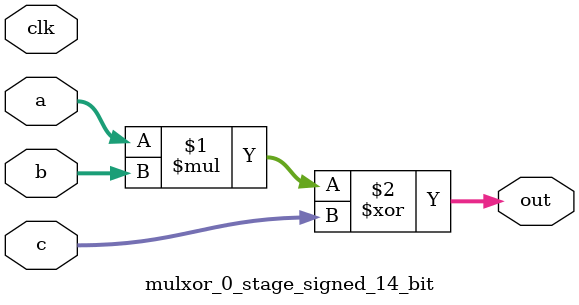
<source format=sv>
(* use_dsp = "yes" *) module mulxor_0_stage_signed_14_bit(
	input signed [13:0] a,
	input signed [13:0] b,
	input signed [13:0] c,
	output [13:0] out,
	input clk);

	assign out = (a * b) ^ c;
endmodule

</source>
